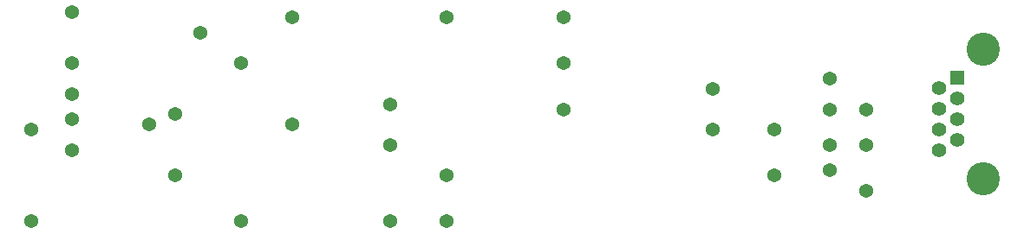
<source format=gbs>
G04*
G04 #@! TF.GenerationSoftware,Altium Limited,Altium Designer,25.2.1 (25)*
G04*
G04 Layer_Color=16711935*
%FSLAX45Y45*%
%MOMM*%
G71*
G04*
G04 #@! TF.SameCoordinates,8265950A-D21A-4FE0-9DEA-03CE8DDB5557*
G04*
G04*
G04 #@! TF.FilePolarity,Negative*
G04*
G01*
G75*
%ADD23C,3.25000*%
%ADD24R,1.39000X1.39000*%
%ADD25C,1.39000*%
%ADD26C,1.37160*%
D23*
X9441300Y915000D02*
D03*
Y2185000D02*
D03*
D24*
X9187300Y1905600D02*
D03*
D25*
X9009500Y1804000D02*
D03*
X9187300Y1702400D02*
D03*
X9009500Y1600800D02*
D03*
X9187300Y1499200D02*
D03*
X9009500Y1397600D02*
D03*
X9187300Y1296000D02*
D03*
X9009500Y1194400D02*
D03*
D26*
X3650000Y500000D02*
D03*
Y1650000D02*
D03*
Y1250000D02*
D03*
X8300000Y1600000D02*
D03*
X4200000Y2500000D02*
D03*
X1800000Y2350000D02*
D03*
X550000Y2550000D02*
D03*
Y2050000D02*
D03*
Y1750000D02*
D03*
X1300000Y1450000D02*
D03*
X550000Y1200000D02*
D03*
Y1500000D02*
D03*
X8300000Y1250000D02*
D03*
Y800000D02*
D03*
X7400000Y1400000D02*
D03*
Y950000D02*
D03*
X4200000Y500000D02*
D03*
Y950000D02*
D03*
X1550000D02*
D03*
Y1550000D02*
D03*
X7950000Y1000000D02*
D03*
X7948400Y1251600D02*
D03*
X7950000Y1900000D02*
D03*
Y1600000D02*
D03*
X6800000Y1800000D02*
D03*
Y1400000D02*
D03*
X5350000Y1600000D02*
D03*
Y2500000D02*
D03*
Y2050000D02*
D03*
X2700000Y2500000D02*
D03*
Y1450000D02*
D03*
X2200000Y2050000D02*
D03*
Y500000D02*
D03*
X151005Y502431D02*
D03*
X150000Y1400000D02*
D03*
M02*

</source>
